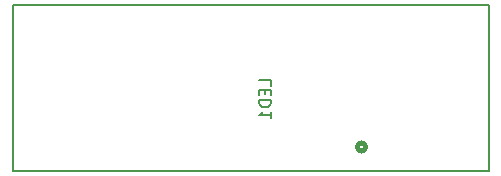
<source format=gbr>
G04 #@! TF.FileFunction,Other,Fab,Bot*
%FSLAX46Y46*%
G04 Gerber Fmt 4.6, Leading zero omitted, Abs format (unit mm)*
G04 Created by KiCad (PCBNEW 4.0.3+e1-6302~38~ubuntu14.04.1-stable) date Mon Aug 29 18:07:44 2016*
%MOMM*%
%LPD*%
G01*
G04 APERTURE LIST*
%ADD10C,0.100000*%
%ADD11C,0.200000*%
%ADD12C,0.400000*%
%ADD13C,0.050000*%
%ADD14C,0.150000*%
G04 APERTURE END LIST*
D10*
D11*
X116296000Y-76392000D02*
X156546000Y-76392000D01*
X116296000Y-90392000D02*
X116296000Y-76392000D01*
X156546000Y-90392000D02*
X116296000Y-90392000D01*
X156546000Y-76392000D02*
X156546000Y-90392000D01*
D12*
X146155210Y-88392000D02*
G75*
G03X146155210Y-88392000I-359210J0D01*
G01*
D13*
X156546000Y-76392000D02*
X116296000Y-76392000D01*
X116296000Y-90392000D02*
X116296000Y-76392000D01*
X156546000Y-90392000D02*
X116296000Y-90392000D01*
X156546000Y-90392000D02*
X156546000Y-76392000D01*
D14*
X138120381Y-83208953D02*
X138120381Y-82732762D01*
X137120381Y-82732762D01*
X137596571Y-83542286D02*
X137596571Y-83875620D01*
X138120381Y-84018477D02*
X138120381Y-83542286D01*
X137120381Y-83542286D01*
X137120381Y-84018477D01*
X138120381Y-84447048D02*
X137120381Y-84447048D01*
X137120381Y-84685143D01*
X137168000Y-84828001D01*
X137263238Y-84923239D01*
X137358476Y-84970858D01*
X137548952Y-85018477D01*
X137691810Y-85018477D01*
X137882286Y-84970858D01*
X137977524Y-84923239D01*
X138072762Y-84828001D01*
X138120381Y-84685143D01*
X138120381Y-84447048D01*
X138120381Y-85970858D02*
X138120381Y-85399429D01*
X138120381Y-85685143D02*
X137120381Y-85685143D01*
X137263238Y-85589905D01*
X137358476Y-85494667D01*
X137406095Y-85399429D01*
M02*

</source>
